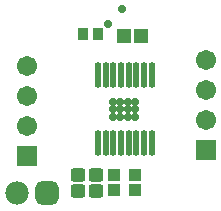
<source format=gts>
G04 Layer_Color=20142*
%FSLAX25Y25*%
%MOIN*%
G70*
G01*
G75*
%ADD27O,0.02178X0.08674*%
%ADD28R,0.03556X0.04147*%
%ADD29R,0.04934X0.04737*%
%ADD30R,0.04343X0.04147*%
G04:AMPARAMS|DCode=31|XSize=49.34mil|YSize=43.43mil|CornerRadius=7.54mil|HoleSize=0mil|Usage=FLASHONLY|Rotation=180.000|XOffset=0mil|YOffset=0mil|HoleType=Round|Shape=RoundedRectangle|*
%AMROUNDEDRECTD31*
21,1,0.04934,0.02835,0,0,180.0*
21,1,0.03425,0.04343,0,0,180.0*
1,1,0.01509,-0.01713,0.01417*
1,1,0.01509,0.01713,0.01417*
1,1,0.01509,0.01713,-0.01417*
1,1,0.01509,-0.01713,-0.01417*
%
%ADD31ROUNDEDRECTD31*%
%ADD32C,0.07800*%
G04:AMPARAMS|DCode=33|XSize=78mil|YSize=78mil|CornerRadius=21.5mil|HoleSize=0mil|Usage=FLASHONLY|Rotation=180.000|XOffset=0mil|YOffset=0mil|HoleType=Round|Shape=RoundedRectangle|*
%AMROUNDEDRECTD33*
21,1,0.07800,0.03500,0,0,180.0*
21,1,0.03500,0.07800,0,0,180.0*
1,1,0.04300,-0.01750,0.01750*
1,1,0.04300,0.01750,0.01750*
1,1,0.04300,0.01750,-0.01750*
1,1,0.04300,-0.01750,-0.01750*
%
%ADD33ROUNDEDRECTD33*%
%ADD34C,0.06706*%
%ADD35R,0.06706X0.06706*%
%ADD36C,0.02800*%
D27*
X237457Y276917D02*
D03*
X234898D02*
D03*
X232339D02*
D03*
X229780D02*
D03*
X227221D02*
D03*
X224661D02*
D03*
X222102D02*
D03*
X219543D02*
D03*
X237457Y254083D02*
D03*
X234898D02*
D03*
X232339D02*
D03*
X229780D02*
D03*
X227221D02*
D03*
X224661D02*
D03*
X222102D02*
D03*
X219543D02*
D03*
D28*
X214539Y290500D02*
D03*
X219461D02*
D03*
D29*
X228047Y290000D02*
D03*
X233953D02*
D03*
D30*
X232000Y238441D02*
D03*
Y243559D02*
D03*
X225000Y238441D02*
D03*
Y243559D02*
D03*
D31*
X219000Y243657D02*
D03*
Y238342D02*
D03*
X213000Y243657D02*
D03*
Y238342D02*
D03*
D32*
X192500Y237500D02*
D03*
D33*
X202500D02*
D03*
D34*
X255500Y282000D02*
D03*
Y272000D02*
D03*
Y262000D02*
D03*
X196000Y280000D02*
D03*
Y270000D02*
D03*
Y260000D02*
D03*
D35*
X255500Y252000D02*
D03*
X196000Y250000D02*
D03*
D36*
X223000Y294000D02*
D03*
X232000Y263000D02*
D03*
X229500D02*
D03*
X227000D02*
D03*
X224500D02*
D03*
Y265500D02*
D03*
X227000D02*
D03*
X229500D02*
D03*
X232000D02*
D03*
Y268000D02*
D03*
X229500D02*
D03*
X227000D02*
D03*
X224500D02*
D03*
X227500Y299000D02*
D03*
M02*

</source>
